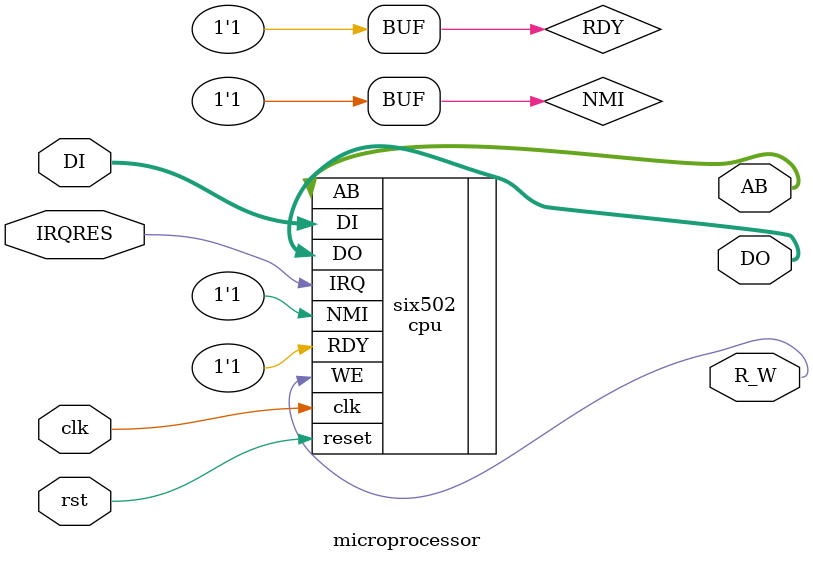
<source format=sv>
module microprocessor(clk, rst, IRQRES, DI, R_W, DO, AB );
    input  logic        clk, rst, IRQRES;
    input  logic [7:0]  DI;
    output logic        R_W;    
    output logic [7:0]  DO;
    output logic [15:0] AB;



    logic NMI;
    logic RDY; 

    assign NMI = 1'b1;
    assign RDY = 1'b1;
    
    cpu      six502(.clk(clk), .reset(rst), .AB(AB), .DI(DI), .DO(DO), .WE(R_W), .IRQ(IRQRES), .NMI(NMI), .RDY(RDY));




endmodule

</source>
